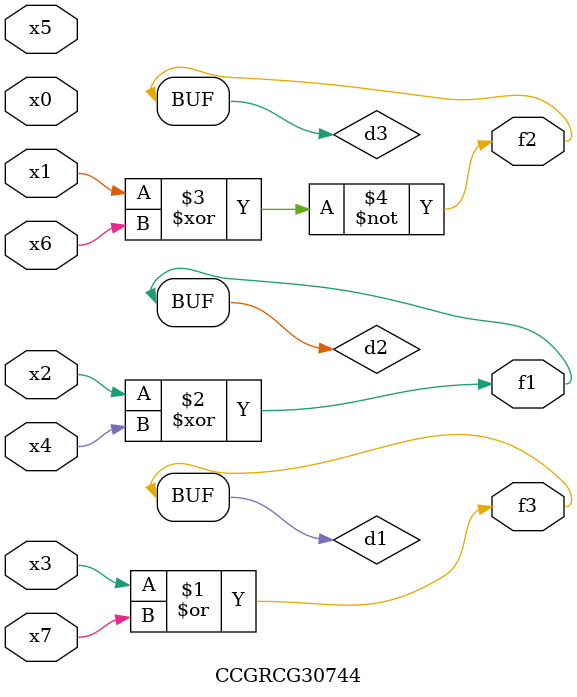
<source format=v>
module CCGRCG30744(
	input x0, x1, x2, x3, x4, x5, x6, x7,
	output f1, f2, f3
);

	wire d1, d2, d3;

	or (d1, x3, x7);
	xor (d2, x2, x4);
	xnor (d3, x1, x6);
	assign f1 = d2;
	assign f2 = d3;
	assign f3 = d1;
endmodule

</source>
